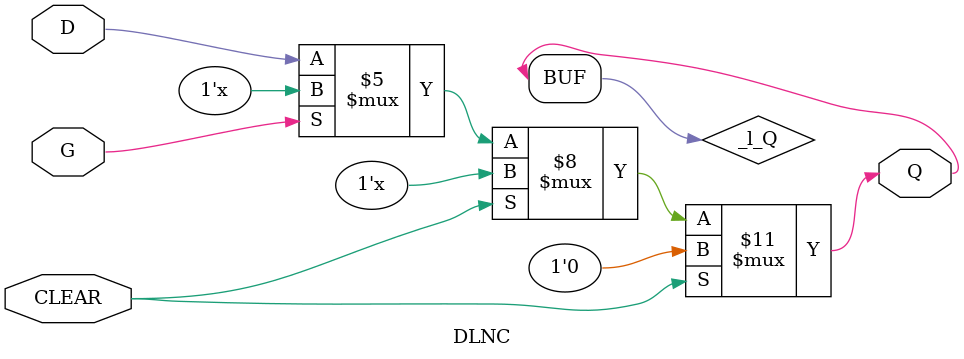
<source format=v>
`ifdef verilator3
`else
`timescale 1 ps / 1 ps
`endif

module DLNC
#(
    parameter INIT = 1'b0
)
(
    input  CLEAR,
    input  G,
    input  D,
    output Q
);

    reg _l_Q;

    initial begin
        _l_Q = INIT;
    end

    always @(CLEAR or G or D) begin
    
        if (CLEAR) begin
	        _l_Q = 1'b0;
        end
        else if (~G) begin
	        _l_Q = D;
        end
    end

    assign Q = _l_Q;

endmodule

</source>
